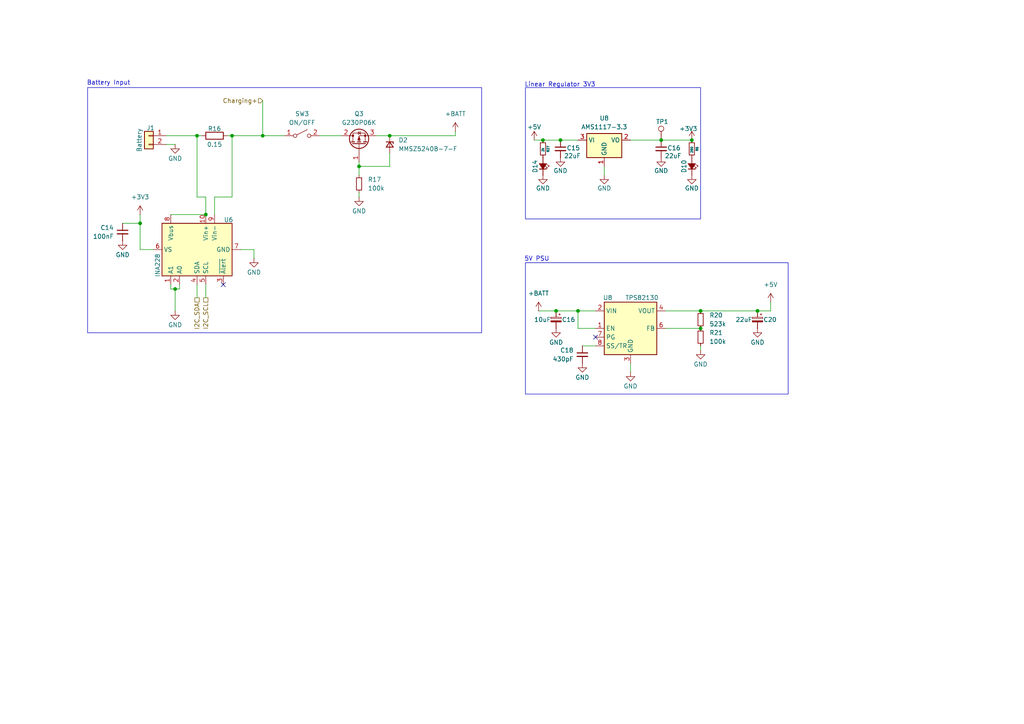
<source format=kicad_sch>
(kicad_sch (version 20250114) (generator "eeschema") (generator_version "9.0")
  (paper "A4")
  (title_block (title "Smart Key Cutter") (date "2025-05-21") (rev "2") (company "Ingenium Engineering Solutions") (comment 1 "Purak Patel"))
  (lib_symbols
    (symbol "+5V_1" (power) (pin_names (offset 0))
      (property "Value" "+5V" (at 0 3.556 0))
      (symbol "+5V_1_0_1"
        (polyline (pts (xy -0.762 1.27) (xy 0 2.54)))
        (polyline (pts (xy 0 2.54) (xy 0.762 1.27)))
        (polyline (pts (xy 0 0) (xy 0 2.54)))
      )
      (symbol "+5V_1_1_1"
        (pin power_in line (at 0 0 90) (length 0) (hide yes) (name "+5V") (number "1"))
      )
    )
    (symbol "Connector:TestPoint" (pin_numbers (hide yes)) (pin_names (offset 0.762) (hide yes))
      (property "Reference" "TP" (at 0 6.858 0))
      (property "Value" "TestPoint" (at 0 5.08 0))
      (symbol "TestPoint_0_1"
        (circle (center 0 3.302) (radius 0.762))
      )
      (symbol "TestPoint_1_1"
        (pin passive line (at 0 0 90) (length 2.54) (name "1") (number "1"))
      )
    )
    (symbol "Connector_Generic:Conn_01x02" (pin_names (offset 1.016) (hide yes))
      (property "Reference" "J" (at 0 2.54 0))
      (property "Value" "Conn_01x02" (at 0 -5.08 0))
      (symbol "Conn_01x02_1_1"
        (rectangle (start -1.27 1.27) (end 1.27 -3.81) (stroke (width 0.254)) (fill (type background)))
        (rectangle (start -1.27 0.127) (end 0 -0.127) (stroke (width 0.1524)))
        (rectangle (start -1.27 -2.413) (end 0 -2.667) (stroke (width 0.1524)))
        (pin passive line (at -5.08 0 0) (length 3.81) (name "Pin_1") (number "1"))
        (pin passive line (at -5.08 -2.54 0) (length 3.81) (name "Pin_2") (number "2"))
      )
    )
    (symbol "Device:C_Polarized_Small" (pin_numbers (hide yes)) (pin_names (offset 0.254) (hide yes))
      (property "Reference" "C" (at 0.254 1.778 0))
      (property "Value" "C_Polarized_Small" (at 0.254 -2.032 0))
      (symbol "C_Polarized_Small_0_1"
        (rectangle (start -1.524 0.6858) (end 1.524 0.3048))
        (rectangle (start -1.524 -0.3048) (end 1.524 -0.6858) (fill (type outline)))
        (polyline (pts (xy -1.27 1.524) (xy -0.762 1.524)))
        (polyline (pts (xy -1.016 1.27) (xy -1.016 1.778)))
      )
      (symbol "C_Polarized_Small_1_1"
        (pin passive line (at 0 2.54 270) (length 1.8542) (name "~") (number "1"))
        (pin passive line (at 0 -2.54 90) (length 1.8542) (name "~") (number "2"))
      )
    )
    (symbol "Device:C_Small" (pin_numbers (hide yes)) (pin_names (offset 0.254) (hide yes))
      (property "Reference" "C" (at 0.254 1.778 0))
      (property "Value" "C_Small" (at 0.254 -2.032 0))
      (symbol "C_Small_0_1"
        (polyline (pts (xy -1.524 0.508) (xy 1.524 0.508)) (stroke (width 0.3048)))
        (polyline (pts (xy -1.524 -0.508) (xy 1.524 -0.508)) (stroke (width 0.3302)))
      )
      (symbol "C_Small_1_1"
        (pin passive line (at 0 2.54 270) (length 2.032) (name "~") (number "1"))
        (pin passive line (at 0 -2.54 90) (length 2.032) (name "~") (number "2"))
      )
    )
    (symbol "Device:D_Zener_Small" (pin_numbers (hide yes)) (pin_names (offset 0.254) (hide yes))
      (property "Reference" "D" (at 0 2.286 0))
      (property "Value" "D_Zener_Small" (at 0 -2.286 0))
      (symbol "D_Zener_Small_0_1"
        (polyline (pts (xy -0.254 1.016) (xy -0.762 1.016) (xy -0.762 -1.016)) (stroke (width 0.254)))
        (polyline (pts (xy 0.762 1.016) (xy -0.762 0) (xy 0.762 -1.016) (xy 0.762 1.016)) (stroke (width 0.254)))
        (polyline (pts (xy 0.762 0) (xy -0.762 0)))
      )
      (symbol "D_Zener_Small_1_1"
        (pin passive line (at -2.54 0 0) (length 1.778) (name "K") (number "1"))
        (pin passive line (at 2.54 0 180) (length 1.778) (name "A") (number "2"))
      )
    )
    (symbol "Device:LED_Small_Filled" (pin_numbers (hide yes)) (pin_names (offset 0.254) (hide yes))
      (property "Reference" "D" (at -1.27 3.175 0))
      (property "Value" "LED_Small_Filled" (at -4.445 -2.54 0))
      (symbol "LED_Small_Filled_0_1"
        (polyline (pts (xy -0.762 -1.016) (xy -0.762 1.016)) (stroke (width 0.254)))
        (polyline (pts (xy 0 0.762) (xy -0.508 1.27) (xy -0.254 1.27) (xy -0.508 1.27) (xy -0.508 1.016)))
        (polyline (pts (xy 0.508 1.27) (xy 0 1.778) (xy 0.254 1.778) (xy 0 1.778) (xy 0 1.524)))
        (polyline (pts (xy 0.762 -1.016) (xy -0.762 0) (xy 0.762 1.016) (xy 0.762 -1.016)) (stroke (width 0.254)) (fill (type outline)))
        (polyline (pts (xy 1.016 0) (xy -0.762 0)))
      )
      (symbol "LED_Small_Filled_1_1"
        (pin passive line (at -2.54 0 0) (length 1.778) (name "K") (number "1"))
        (pin passive line (at 2.54 0 180) (length 1.778) (name "A") (number "2"))
      )
    )
    (symbol "Device:Q_PMOS_GDS" (pin_names (offset 0) (hide yes))
      (property "Reference" "Q" (at 5.08 1.27 0))
      (property "Value" "Q_PMOS_GDS" (at 5.08 -1.27 0))
      (symbol "Q_PMOS_GDS_0_1"
        (polyline (pts (xy 0.254 1.905) (xy 0.254 -1.905)) (stroke (width 0.254)))
        (polyline (pts (xy 0.254 0) (xy -2.54 0)))
        (polyline (pts (xy 0.762 2.286) (xy 0.762 1.27)) (stroke (width 0.254)))
        (polyline (pts (xy 0.762 1.778) (xy 3.302 1.778) (xy 3.302 -1.778) (xy 0.762 -1.778)))
        (polyline (pts (xy 0.762 0.508) (xy 0.762 -0.508)) (stroke (width 0.254)))
        (polyline (pts (xy 0.762 -1.27) (xy 0.762 -2.286)) (stroke (width 0.254)))
        (circle (center 1.651 0) (radius 2.794) (stroke (width 0.254)))
        (polyline (pts (xy 2.286 0) (xy 1.27 0.381) (xy 1.27 -0.381) (xy 2.286 0)) (fill (type outline)))
        (polyline (pts (xy 2.54 2.54) (xy 2.54 1.778)))
        (circle (center 2.54 1.778) (radius 0.254) (fill (type outline)))
        (circle (center 2.54 -1.778) (radius 0.254) (fill (type outline)))
        (polyline (pts (xy 2.54 -2.54) (xy 2.54 0) (xy 0.762 0)))
        (polyline (pts (xy 2.794 -0.508) (xy 2.921 -0.381) (xy 3.683 -0.381) (xy 3.81 -0.254)))
        (polyline (pts (xy 3.302 -0.381) (xy 2.921 0.254) (xy 3.683 0.254) (xy 3.302 -0.381)))
      )
      (symbol "Q_PMOS_GDS_1_1"
        (pin input line (at -5.08 0 0) (length 2.54) (name "G") (number "1"))
        (pin passive line (at 2.54 5.08 270) (length 2.54) (name "D") (number "2"))
        (pin passive line (at 2.54 -5.08 90) (length 2.54) (name "S") (number "3"))
      )
    )
    (symbol "Device:R" (pin_numbers (hide yes)) (pin_names (offset 0))
      (property "Reference" "R" (at 2.032 0 90))
      (property "Value" "R" (at 0 0 90))
      (symbol "R_0_1"
        (rectangle (start -1.016 -2.54) (end 1.016 2.54) (stroke (width 0.254)))
      )
      (symbol "R_1_1"
        (pin passive line (at 0 3.81 270) (length 1.27) (name "~") (number "1"))
        (pin passive line (at 0 -3.81 90) (length 1.27) (name "~") (number "2"))
      )
    )
    (symbol "Device:R_Small" (pin_numbers (hide yes)) (pin_names (offset 0.254) (hide yes))
      (property "Reference" "R" (at 0.762 0.508 0))
      (property "Value" "R_Small" (at 0.762 -1.016 0))
      (symbol "R_Small_0_1"
        (rectangle (start -0.762 1.778) (end 0.762 -1.778) (stroke (width 0.2032)))
      )
      (symbol "R_Small_1_1"
        (pin passive line (at 0 2.54 270) (length 0.762) (name "~") (number "1"))
        (pin passive line (at 0 -2.54 90) (length 0.762) (name "~") (number "2"))
      )
    )
    (symbol "Regulator_Linear:AMS1117-3.3"
      (property "Reference" "U" (at -3.81 3.175 0))
      (property "Value" "AMS1117-3.3" (at 0 3.175 0))
      (symbol "AMS1117-3.3_0_1"
        (rectangle (start -5.08 -5.08) (end 5.08 1.905) (stroke (width 0.254)) (fill (type background)))
      )
      (symbol "AMS1117-3.3_1_1"
        (pin power_in line (at -7.62 0 0) (length 2.54) (name "VI") (number "3"))
        (pin power_in line (at 0 -7.62 90) (length 2.54) (name "GND") (number "1"))
        (pin power_out line (at 7.62 0 180) (length 2.54) (name "VO") (number "2"))
      )
    )
    (symbol "Regulator_Switching:TPS82130"
      (property "Reference" "U" (at 1.27 11.43 0))
      (property "Value" "TPS82130" (at 5.08 8.89 0))
      (symbol "TPS82130_0_1"
        (rectangle (start -7.62 7.62) (end 7.62 -7.62) (stroke (width 0.254)) (fill (type background)))
      )
      (symbol "TPS82130_1_1"
        (pin power_in line (at -10.16 5.08 0) (length 2.54) (name "VIN") (number "2"))
        (pin input line (at -10.16 0 0) (length 2.54) (name "EN") (number "1"))
        (pin open_collector line (at -10.16 -2.54 0) (length 2.54) (name "PG") (number "7"))
        (pin input line (at -10.16 -5.08 0) (length 2.54) (name "SS/TR") (number "8"))
        (pin power_in line (at 0 -10.16 90) (length 2.54) (name "GND") (number "3"))
        (pin passive line (at 0 -10.16 90) (length 2.54) (hide yes) (name "GND") (number "9"))
        (pin power_out line (at 10.16 5.08 180) (length 2.54) (name "VOUT") (number "4"))
        (pin passive line (at 10.16 5.08 180) (length 2.54) (hide yes) (name "VOUT") (number "5"))
        (pin input line (at 10.16 0 180) (length 2.54) (name "FB") (number "6"))
      )
    )
    (symbol "Sensor_Energy:INA228"
      (property "Reference" "U" (at -6.35 11.43 0))
      (property "Value" "INA228" (at 3.81 11.43 0))
      (symbol "INA228_0_1"
        (rectangle (start 7.62 10.16) (end -7.62 -10.16) (stroke (width 0.254)) (fill (type background)))
      )
      (symbol "INA228_1_1"
        (pin input line (at -10.16 7.62 0) (length 2.54) (name "Vbus") (number "8"))
        (pin input line (at -10.16 -2.54 0) (length 2.54) (name "Vin+") (number "10"))
        (pin input line (at -10.16 -5.08 0) (length 2.54) (name "Vin-") (number "9"))
        (pin power_in line (at 0 12.7 270) (length 2.54) (name "VS") (number "6"))
        (pin power_in line (at 0 -12.7 90) (length 2.54) (name "GND") (number "7"))
        (pin input line (at 10.16 7.62 180) (length 2.54) (name "A1") (number "1"))
        (pin input line (at 10.16 5.08 180) (length 2.54) (name "A0") (number "2"))
        (pin bidirectional line (at 10.16 0 180) (length 2.54) (name "SDA") (number "4"))
        (pin input line (at 10.16 -2.54 180) (length 2.54) (name "SCL") (number "5"))
        (pin open_collector line (at 10.16 -7.62 180) (length 2.54) (name "~{Alert}") (number "3"))
      )
    )
    (symbol "Switch:SW_SPST" (pin_names (offset 0) (hide yes))
      (property "Reference" "SW" (at 0 3.175 0))
      (property "Value" "SW_SPST" (at 0 -2.54 0))
      (symbol "SW_SPST_0_0"
        (circle (center -2.032 0) (radius 0.508))
        (polyline (pts (xy -1.524 0.254) (xy 1.524 1.778)))
        (circle (center 2.032 0) (radius 0.508))
      )
      (symbol "SW_SPST_1_1"
        (pin passive line (at -5.08 0 0) (length 2.54) (name "A") (number "1"))
        (pin passive line (at 5.08 0 180) (length 2.54) (name "B") (number "2"))
      )
    )
    (symbol "power:+3V3" (power) (pin_numbers (hide yes)) (pin_names (offset 0) (hide yes))
      (property "Value" "+3V3" (at 0 3.556 0))
      (symbol "+3V3_0_1"
        (polyline (pts (xy -0.762 1.27) (xy 0 2.54)))
        (polyline (pts (xy 0 2.54) (xy 0.762 1.27)))
        (polyline (pts (xy 0 0) (xy 0 2.54)))
      )
      (symbol "+3V3_1_1"
        (pin power_in line (at 0 0 90) (length 0) (name "~") (number "1"))
      )
    )
    (symbol "power:+5V" (power) (pin_numbers (hide yes)) (pin_names (offset 0) (hide yes))
      (property "Value" "+5V" (at 0 3.556 0))
      (symbol "+5V_0_1"
        (polyline (pts (xy -0.762 1.27) (xy 0 2.54)))
        (polyline (pts (xy 0 2.54) (xy 0.762 1.27)))
        (polyline (pts (xy 0 0) (xy 0 2.54)))
      )
      (symbol "+5V_1_1"
        (pin power_in line (at 0 0 90) (length 0) (name "~") (number "1"))
      )
    )
    (symbol "power:+BATT" (power) (pin_numbers (hide yes)) (pin_names (offset 0) (hide yes))
      (property "Value" "+BATT" (at 0 3.556 0))
      (symbol "+BATT_0_1"
        (polyline (pts (xy -0.762 1.27) (xy 0 2.54)))
        (polyline (pts (xy 0 2.54) (xy 0.762 1.27)))
        (polyline (pts (xy 0 0) (xy 0 2.54)))
      )
      (symbol "+BATT_1_1"
        (pin power_in line (at 0 0 90) (length 0) (name "~") (number "1"))
      )
    )
    (symbol "power:GND" (power) (pin_numbers (hide yes)) (pin_names (offset 0) (hide yes))
      (property "Value" "GND" (at 0 -3.81 0))
      (symbol "GND_0_1"
        (polyline (pts (xy 0 0) (xy 0 -1.27) (xy 1.27 -1.27) (xy 0 -2.54) (xy -1.27 -1.27) (xy 0 -1.27)))
      )
      (symbol "GND_1_1"
        (pin power_in line (at 0 0 270) (length 0) (name "~") (number "1"))
      )
    )
  )
  (rectangle (start 25.4 25.4) (end 139.7 96.52))
  (rectangle (start 152.4 25.4) (end 203.2 63.5))
  (rectangle (start 152.4 76.2) (end 228.6 114.3))
  (text "5V PSU" (at 155.702 75.184 0) (effects (font (size 1.27 1.27))))
  (text "Linear Regulator 3V3" (at 152.146 24.638 0) (effects (font (size 1.27 1.27)) (justify left)))
  (text "Battery Input" (at 31.496 24.13 0) (effects (font (size 1.27 1.27))))
  (junction (at 167.64 90.17))
  (junction (at 57.15 39.37))
  (junction (at 200.66 40.64))
  (junction (at 162.56 40.64))
  (junction (at 40.64 64.77))
  (junction (at 113.03 39.37))
  (junction (at 203.2 95.25))
  (junction (at 157.48 40.64))
  (junction (at 50.8 83.82))
  (junction (at 191.77 40.64))
  (junction (at 67.31 39.37))
  (junction (at 76.2 39.37))
  (junction (at 219.71 90.17))
  (junction (at 104.14 48.26))
  (junction (at 161.29 90.17))
  (junction (at 59.69 62.23))
  (junction (at 203.2 90.17))
  (no_connect (at 64.77 82.55))
  (no_connect (at 172.72 97.79))
  (wire (pts (xy 154.94 40.64) (xy 157.48 40.64)))
  (wire (pts (xy 156.21 90.17) (xy 161.29 90.17)))
  (wire (pts (xy 113.03 48.26) (xy 104.14 48.26)))
  (wire (pts (xy 40.64 72.39) (xy 44.45 72.39)))
  (wire (pts (xy 104.14 46.99) (xy 104.14 48.26)))
  (wire (pts (xy 73.66 74.93) (xy 73.66 72.39)))
  (wire (pts (xy 223.52 90.17) (xy 219.71 90.17)))
  (wire (pts (xy 104.14 57.15) (xy 104.14 55.88)))
  (wire (pts (xy 57.15 57.15) (xy 59.69 57.15)))
  (wire (pts (xy 162.56 40.64) (xy 167.64 40.64)))
  (wire (pts (xy 49.53 82.55) (xy 49.53 83.82)))
  (wire (pts (xy 59.69 82.55) (xy 59.69 86.36)))
  (wire (pts (xy 161.29 90.17) (xy 167.64 90.17)))
  (wire (pts (xy 67.31 39.37) (xy 67.31 57.15)))
  (wire (pts (xy 59.69 57.15) (xy 59.69 62.23)))
  (wire (pts (xy 223.52 87.63) (xy 223.52 90.17)))
  (wire (pts (xy 168.91 100.33) (xy 172.72 100.33)))
  (wire (pts (xy 50.8 83.82) (xy 52.07 83.82)))
  (wire (pts (xy 49.53 62.23) (xy 59.69 62.23)))
  (wire (pts (xy 92.71 39.37) (xy 99.06 39.37)))
  (wire (pts (xy 157.48 40.64) (xy 162.56 40.64)))
  (wire (pts (xy 167.64 90.17) (xy 172.72 90.17)))
  (wire (pts (xy 172.72 95.25) (xy 167.64 95.25)))
  (wire (pts (xy 35.56 64.77) (xy 40.64 64.77)))
  (wire (pts (xy 76.2 39.37) (xy 82.55 39.37)))
  (wire (pts (xy 48.26 39.37) (xy 57.15 39.37)))
  (wire (pts (xy 193.04 90.17) (xy 203.2 90.17)))
  (wire (pts (xy 203.2 101.6) (xy 203.2 100.33)))
  (wire (pts (xy 182.88 107.95) (xy 182.88 105.41)))
  (wire (pts (xy 191.77 40.64) (xy 200.66 40.64)))
  (wire (pts (xy 175.26 48.26) (xy 175.26 50.8)))
  (wire (pts (xy 67.31 39.37) (xy 76.2 39.37)))
  (wire (pts (xy 113.03 39.37) (xy 132.08 39.37)))
  (wire (pts (xy 57.15 39.37) (xy 58.42 39.37)))
  (wire (pts (xy 167.64 95.25) (xy 167.64 90.17)))
  (wire (pts (xy 62.23 62.23) (xy 62.23 57.15)))
  (wire (pts (xy 40.64 62.23) (xy 40.64 64.77)))
  (wire (pts (xy 50.8 83.82) (xy 49.53 83.82)))
  (wire (pts (xy 193.04 95.25) (xy 203.2 95.25)))
  (wire (pts (xy 50.8 90.17) (xy 50.8 83.82)))
  (wire (pts (xy 66.04 39.37) (xy 67.31 39.37)))
  (wire (pts (xy 52.07 82.55) (xy 52.07 83.82)))
  (wire (pts (xy 76.2 29.21) (xy 76.2 39.37)))
  (wire (pts (xy 73.66 72.39) (xy 69.85 72.39)))
  (wire (pts (xy 40.64 64.77) (xy 40.64 72.39)))
  (wire (pts (xy 57.15 39.37) (xy 57.15 57.15)))
  (wire (pts (xy 62.23 57.15) (xy 67.31 57.15)))
  (wire (pts (xy 57.15 82.55) (xy 57.15 86.36)))
  (wire (pts (xy 113.03 44.45) (xy 113.03 48.26)))
  (wire (pts (xy 109.22 39.37) (xy 113.03 39.37)))
  (wire (pts (xy 104.14 48.26) (xy 104.14 50.8)))
  (wire (pts (xy 132.08 39.37) (xy 132.08 38.1)))
  (wire (pts (xy 48.26 41.91) (xy 50.8 41.91)))
  (wire (pts (xy 203.2 90.17) (xy 219.71 90.17)))
  (wire (pts (xy 182.88 40.64) (xy 191.77 40.64)))
  (hierarchical_label "I2C_SDA" (shape passive) (at 57.15 86.36 270))
  (hierarchical_label "I2C_SCL" (shape passive) (at 59.69 86.36 270))
  (hierarchical_label "Charging+" (shape input) (at 76.2 29.21 180))
  (symbol (lib_id "power:GND") (at 157.48 50.8 0) (unit 1)
    (property "Reference" "#PWR0110" (effects (hide yes)))
    (property "Value" "GND" (at 157.48 54.61 0))
    (property "Description" "Power symbol creates a global label with name \"GND\" , ground" (effects (hide yes)))
    (instances (project "BatteryPCB" (path "" (reference "#PWR057") (unit 1))) (project "Smart Key Cutter Interface" (path "" (reference "#PWR0110") (unit 1))))
  )
  (symbol (lib_id "Device:C_Small") (at 35.56 67.31 0) (mirror y) (unit 1)
    (property "Reference" "C14" (at 33.02 66.0462 0) (effects (justify left)))
    (property "Value" "100nF" (at 33.02 68.5862 0) (effects (justify left)))
    (property "Footprint" "Capacitor_SMD:C_0402_1005Metric" (effects (hide yes)))
    (property "Description" "Unpolarized capacitor, small symbol" (effects (hide yes)))
  )
  (symbol (lib_id "power:+3V3") (at 40.64 62.23 0) (unit 1)
    (property "Reference" "#PWR030" (effects (hide yes)))
    (property "Value" "+3V3" (at 40.64 57.15 0))
    (property "Description" "Power symbol creates a global label with name \"+3V3\"" (effects (hide yes)))
  )
  (symbol (lib_id "Connector:TestPoint") (at 191.77 40.64 0) (unit 1)
    (property "Reference" "TP1" (at 190.246 35.306 0) (effects (justify left)))
    (property "Value" "TestPoint" (effects (hide yes)))
    (property "Footprint" "Ingenium:RH-5015" (effects (hide yes)))
    (property "Description" "test point" (effects (hide yes)))
  )
  (symbol (lib_id "Device:LED_Small_Filled") (at 200.66 48.26 270) (mirror x) (unit 1)
    (property "Reference" "D4" (at 198.374 48.26 0))
    (property "Value" "1.8V" (effects (hide yes)))
    (property "Footprint" "LED_SMD:LED_0402_1005Metric" (effects (hide yes)))
    (property "Description" "Light emitting diode, small symbol, filled shape" (effects (hide yes)))
    (property "JLCPCB Part #" "C397045" (effects (hide yes)))
    (instances (project "BatteryPCB" (path "" (reference "D10") (unit 1))) (project "" (path "" (reference "D4") (unit 1))))
  )
  (symbol (lib_id "power:GND") (at 162.56 45.72 0) (unit 1)
    (property "Reference" "#PWR0111" (effects (hide yes)))
    (property "Value" "GND" (at 162.56 49.53 0))
    (instances (project "BatteryPCB" (path "" (reference "#PWR040") (unit 1))) (project "Smart Key Cutter Interface" (path "" (reference "#PWR0111") (unit 1))))
  )
  (symbol (lib_id "power:GND") (at 161.29 95.25 0) (unit 1)
    (property "Reference" "#PWR040" (effects (hide yes)))
    (property "Value" "GND" (at 161.29 99.314 0))
    (property "Description" "Power symbol creates a global label with name \"GND\" , ground" (effects (hide yes)))
  )
  (symbol (lib_id "Device:C_Small") (at 162.56 43.18 0) (unit 1)
    (property "Reference" "C15" (at 164.338 42.926 0) (effects (justify left)))
    (property "Value" "22uF" (at 163.576 45.212 0) (effects (justify left)))
    (property "Footprint" "Capacitor_SMD:C_1206_3216Metric" (effects (hide yes)))
  )
  (symbol (lib_name "+5V_1") (lib_id "power:+5V") (at 154.94 40.64 0) (unit 1)
    (property "Reference" "#PWR0109" (effects (hide yes)))
    (property "Value" "+5V" (at 154.94 36.83 0))
    (instances (project "BatteryPCB" (path "" (reference "#PWR051") (unit 1))) (project "Smart Key Cutter Interface" (path "" (reference "#PWR0109") (unit 1))))
  )
  (symbol (lib_id "Device:R") (at 62.23 39.37 90) (unit 1)
    (property "Reference" "R16" (at 62.23 37.338 90))
    (property "Value" "0.15" (at 62.23 41.91 90))
    (property "Footprint" "Resistor_SMD:R_2512_6332Metric" (effects (hide yes)))
    (property "Description" "Resistor" (effects (hide yes)))
    (property "LCSC#" "C2994624" (effects (hide yes)))
  )
  (symbol (lib_id "Device:LED_Small_Filled") (at 157.48 48.26 270) (mirror x) (unit 1)
    (property "Reference" "D3" (at 155.194 48.26 0))
    (property "Value" "1.8V" (effects (hide yes)))
    (property "Footprint" "LED_SMD:LED_0402_1005Metric" (effects (hide yes)))
    (property "Description" "Light emitting diode, small symbol, filled shape" (effects (hide yes)))
    (property "JLCPCB Part #" "C397045" (effects (hide yes)))
    (instances (project "BatteryPCB" (path "" (reference "D14") (unit 1))) (project "" (path "" (reference "D3") (unit 1))))
  )
  (symbol (lib_id "Device:R_Small") (at 104.14 53.34 0) (unit 1)
    (property "Reference" "R17" (at 106.68 52.0699 0) (effects (justify left)))
    (property "Value" "100k" (at 106.68 54.6099 0) (effects (justify left)))
    (property "Footprint" "Resistor_SMD:R_0402_1005Metric" (effects (hide yes)))
    (property "Description" "Resistor, small symbol" (effects (hide yes)))
  )
  (symbol (lib_id "power:GND") (at 175.26 50.8 0) (unit 1)
    (property "Reference" "#PWR0108" (effects (hide yes)))
    (property "Value" "GND" (at 175.26 54.61 0))
    (instances (project "BatteryPCB" (path "" (reference "#PWR056") (unit 1))) (project "Smart Key Cutter Interface" (path "" (reference "#PWR0108") (unit 1))))
  )
  (symbol (lib_id "power:GND") (at 182.88 107.95 0) (unit 1)
    (property "Reference" "#PWR044" (effects (hide yes)))
    (property "Value" "GND" (at 182.88 112.014 0))
    (property "Description" "Power symbol creates a global label with name \"GND\" , ground" (effects (hide yes)))
  )
  (symbol (lib_id "Switch:SW_SPST") (at 87.63 39.37 0) (unit 1)
    (property "Reference" "SW3" (at 87.63 33.02 0))
    (property "Value" "ON/OFF" (at 87.63 35.56 0))
    (property "Footprint" "Connector_JST:JST_XH_S2B-XH-A_1x02_P2.50mm_Horizontal" (effects (hide yes)))
    (property "Description" "Single Pole Single Throw (SPST) switch" (effects (hide yes)))
  )
  (symbol (lib_id "power:GND") (at 168.91 105.41 0) (unit 1)
    (property "Reference" "#PWR042" (effects (hide yes)))
    (property "Value" "GND" (at 168.91 109.474 0))
    (property "Description" "Power symbol creates a global label with name \"GND\" , ground" (effects (hide yes)))
  )
  (symbol (lib_id "power:GND") (at 73.66 74.93 0) (unit 1)
    (property "Reference" "#PWR034" (effects (hide yes)))
    (property "Value" "GND" (at 73.66 78.994 0))
    (property "Description" "Power symbol creates a global label with name \"GND\" , ground" (effects (hide yes)))
  )
  (symbol (lib_id "power:GND") (at 203.2 101.6 0) (unit 1)
    (property "Reference" "#PWR046" (effects (hide yes)))
    (property "Value" "GND" (at 203.2 105.664 0))
    (property "Description" "Power symbol creates a global label with name \"GND\" , ground" (effects (hide yes)))
  )
  (symbol (lib_id "power:GND") (at 50.8 90.17 0) (unit 1)
    (property "Reference" "#PWR031" (effects (hide yes)))
    (property "Value" "GND" (at 50.8 94.234 0))
    (property "Description" "Power symbol creates a global label with name \"GND\" , ground" (effects (hide yes)))
  )
  (symbol (lib_id "power:+BATT") (at 132.08 38.1 0) (unit 1)
    (property "Reference" "#PWR036" (effects (hide yes)))
    (property "Value" "+BATT" (at 132.08 33.02 0))
    (property "Description" "Power symbol creates a global label with name \"+BATT\"" (effects (hide yes)))
  )
  (symbol (lib_id "power:+BATT") (at 156.21 90.17 0) (unit 1)
    (property "Reference" "#PWR038" (effects (hide yes)))
    (property "Value" "+BATT" (at 156.21 85.09 0))
    (property "Description" "Power symbol creates a global label with name \"+BATT\"" (effects (hide yes)))
  )
  (symbol (lib_id "power:GND") (at 35.56 69.85 0) (unit 1)
    (property "Reference" "#PWR029" (effects (hide yes)))
    (property "Value" "GND" (at 35.56 73.914 0))
    (property "Description" "Power symbol creates a global label with name \"GND\" , ground" (effects (hide yes)))
  )
  (symbol (lib_id "Regulator_Linear:AMS1117-3.3") (at 175.26 40.64 0) (unit 1)
    (property "Reference" "U7" (at 175.26 34.29 0))
    (property "Value" "AMS1117-3.3" (at 175.26 36.83 0))
    (property "Footprint" "Package_TO_SOT_SMD:SOT-223-3_TabPin2" (effects (hide yes)))
    (property "Datasheet" "http://www.advanced-monolithic.com/pdf/ds1117.pdf" (effects (hide yes)))
    (property "Description" "1A Low Dropout regulator, positive, 3.3V fixed output, SOT-223" (effects (hide yes)))
    (instances (project "" (path "" (reference "U8") (unit 1))) (project "" (path "" (reference "U7") (unit 1))))
  )
  (symbol (lib_id "power:GND") (at 104.14 57.15 0) (unit 1)
    (property "Reference" "#PWR035" (effects (hide yes)))
    (property "Value" "GND" (at 104.14 61.214 0))
    (property "Description" "Power symbol creates a global label with name \"GND\" , ground" (effects (hide yes)))
  )
  (symbol (lib_id "Device:C_Polarized_Small") (at 219.71 92.71 0) (mirror y) (unit 1)
    (property "Reference" "C20" (at 225.298 92.71 0) (effects (justify left)))
    (property "Value" "22uF" (at 218.186 92.71 0) (effects (justify left)))
    (property "Footprint" "Capacitor_SMD:C_0603_1608Metric" (effects (hide yes)))
    (property "Description" "Polarized capacitor, small symbol" (effects (hide yes)))
  )
  (symbol (lib_id "Regulator_Switching:TPS82130") (at 182.88 95.25 0) (unit 1)
    (property "Reference" "U8" (at 176.276 86.36 0))
    (property "Value" "TPS82130" (at 186.182 86.36 0))
    (property "Footprint" "Ingenium:TPS82130" (effects (hide yes)))
    (property "Datasheet" "http://www.ti.com/lit/ds/symlink/tps82130.pdf" (effects (hide yes)))
    (property "Description" "17V Input 3A Step-Down Converter MicroSiP Module with Integrated Inductor, μSiL-8" (effects (hide yes)))
  )
  (symbol (lib_id "Device:R_Small") (at 203.2 97.79 0) (unit 1)
    (property "Reference" "R21" (at 205.74 96.5199 0) (effects (justify left)))
    (property "Value" "100k" (at 205.74 99.0599 0) (effects (justify left)))
    (property "Footprint" "Resistor_SMD:R_0402_1005Metric" (effects (hide yes)))
    (property "Description" "Resistor, small symbol" (effects (hide yes)))
  )
  (symbol (lib_id "Device:R_Small") (at 157.48 43.18 180) (unit 1)
    (property "Reference" "R18" (at 159.004 43.18 90) (effects (font (size 0.635 0.635))))
    (property "Value" "2k" (at 157.48 43.434 90) (effects (font (size 0.635 0.635))))
    (property "Footprint" "Resistor_SMD:R_0402_1005Metric" (effects (hide yes)))
    (property "Description" "Resistor, small symbol" (effects (hide yes)))
    (instances (project "BatteryPCB" (path "" (reference "R27") (unit 1))) (project "" (path "" (reference "R18") (unit 1))))
  )
  (symbol (lib_id "Device:C_Small") (at 168.91 102.87 0) (mirror y) (unit 1)
    (property "Reference" "C18" (at 166.37 101.6062 0) (effects (justify left)))
    (property "Value" "430pF" (at 166.37 104.1462 0) (effects (justify left)))
    (property "Footprint" "Capacitor_SMD:C_0603_1608Metric" (effects (hide yes)))
    (property "Description" "Unpolarized capacitor, small symbol" (effects (hide yes)))
  )
  (symbol (lib_id "power:GND") (at 200.66 50.8 0) (unit 1)
    (property "Reference" "#PWR0106" (effects (hide yes)))
    (property "Value" "GND" (at 200.66 54.61 0))
    (property "Description" "Power symbol creates a global label with name \"GND\" , ground" (effects (hide yes)))
    (instances (project "BatteryPCB" (path "" (reference "#PWR014") (unit 1))) (project "Smart Key Cutter Interface" (path "" (reference "#PWR0106") (unit 1))))
  )
  (symbol (lib_id "power:+3V3") (at 200.66 40.64 0) (unit 1)
    (property "Reference" "#PWR0107" (effects (hide yes)))
    (property "Value" "+3V3" (at 199.644 37.338 0))
    (property "Description" "Power symbol creates a global label with name \"+3V3\"" (effects (hide yes)))
    (instances (project "BatteryPCB" (path "" (reference "#PWR059") (unit 1))) (project "Smart Key Cutter Interface" (path "" (reference "#PWR0107") (unit 1))))
  )
  (symbol (lib_id "Device:Q_PMOS_GDS") (at 104.14 41.91 90) (unit 1)
    (property "Reference" "Q3" (at 104.14 33.02 90))
    (property "Value" "G230P06K" (at 104.14 35.56 90))
    (property "Footprint" "Package_TO_SOT_SMD:TO-252-2" (effects (hide yes)))
    (property "Description" "P-MOSFET transistor, gate/drain/source" (effects (hide yes)))
  )
  (symbol (lib_id "power:+5V") (at 223.52 87.63 0) (unit 1)
    (property "Reference" "#PWR050" (effects (hide yes)))
    (property "Value" "+5V" (at 223.52 82.55 0))
    (property "Description" "Power symbol creates a global label with name \"+5V\"" (effects (hide yes)))
  )
  (symbol (lib_id "power:GND") (at 191.77 45.72 0) (unit 1)
    (property "Reference" "#PWR0105" (effects (hide yes)))
    (property "Value" "GND" (at 191.77 49.53 0))
    (instances (project "BatteryPCB" (path "" (reference "#PWR058") (unit 1))) (project "Smart Key Cutter Interface" (path "" (reference "#PWR0105") (unit 1))))
  )
  (symbol (lib_id "power:GND") (at 219.71 95.25 0) (unit 1)
    (property "Reference" "#PWR048" (effects (hide yes)))
    (property "Value" "GND" (at 219.71 99.314 0))
    (property "Description" "Power symbol creates a global label with name \"GND\" , ground" (effects (hide yes)))
  )
  (symbol (lib_id "Device:R_Small") (at 200.66 43.18 180) (unit 1)
    (property "Reference" "R19" (at 202.184 43.18 90) (effects (font (size 0.635 0.635))))
    (property "Value" "280" (at 200.66 43.434 90) (effects (font (size 0.635 0.635))))
    (property "Footprint" "Resistor_SMD:R_0402_1005Metric" (effects (hide yes)))
    (property "Description" "Resistor, small symbol" (effects (hide yes)))
    (instances (project "BatteryPCB" (path "" (reference "R6") (unit 1))) (project "" (path "" (reference "R19") (unit 1))))
  )
  (symbol (lib_id "power:GND") (at 50.8 41.91 0) (unit 1)
    (property "Reference" "#PWR032" (effects (hide yes)))
    (property "Value" "GND" (at 50.8 45.974 0))
    (property "Description" "Power symbol creates a global label with name \"GND\" , ground" (effects (hide yes)))
  )
  (symbol (lib_id "Device:D_Zener_Small") (at 113.03 41.91 270) (unit 1)
    (property "Reference" "D2" (at 115.57 40.6399 90) (effects (justify left)))
    (property "Value" "MMSZ5240B-7-F" (at 115.57 43.1799 90) (effects (justify left)))
    (property "Footprint" "Diode_SMD:D_SOD-123" (effects (hide yes)))
    (property "Description" "Zener diode, small symbol" (effects (hide yes)))
  )
  (symbol (lib_id "Device:C_Small") (at 191.77 43.18 0) (unit 1)
    (property "Reference" "C17" (at 193.548 42.926 0) (effects (justify left)))
    (property "Value" "22uF" (at 192.786 45.212 0) (effects (justify left)))
    (property "Footprint" "Capacitor_SMD:C_1206_3216Metric" (effects (hide yes)))
    (instances (project "BatteryPCB" (path "" (reference "C16") (unit 1))) (project "" (path "" (reference "C17") (unit 1))))
  )
  (symbol (lib_id "Connector_Generic:Conn_01x02") (at 43.18 39.37 0) (mirror y) (unit 1)
    (property "Reference" "J1" (at 43.688 37.084 0))
    (property "Value" "Battery" (at 40.386 40.64 90))
    (property "Footprint" "Connector_JST:JST_XH_S2B-XH-A_1x02_P2.50mm_Horizontal" (effects (hide yes)))
    (property "Description" "Generic connector, single row, 01x02, script generated (kicad-library-utils/schlib/autogen/connector/)" (effects (hide yes)))
  )
  (symbol (lib_id "Sensor_Energy:INA228") (at 57.15 72.39 90) (mirror x) (unit 1)
    (property "Reference" "U6" (at 66.294 63.754 90))
    (property "Value" "INA228" (at 45.72 76.962 0))
    (property "Footprint" "Package_SO:VSSOP-10_3x3mm_P0.5mm" (effects (hide yes)))
    (property "Datasheet" "https://www.ti.com/lit/ds/symlink/ina228.pdf" (effects (hide yes)))
    (property "Description" "High-Side or Low-Side Measurement, Bi-Directional Current and Power Monitor (0-85V) with I2C, SMBus-, and PMBus-Compatible Interface, VSSOP-10" (effects (hide yes)))
  )
  (symbol (lib_id "Device:C_Polarized_Small") (at 161.29 92.71 0) (mirror y) (unit 1)
    (property "Reference" "C16" (at 166.878 92.71 0) (effects (justify left)))
    (property "Value" "10uF" (at 159.766 92.71 0) (effects (justify left)))
    (property "Footprint" "Capacitor_SMD:C_0603_1608Metric" (effects (hide yes)))
    (property "Description" "Polarized capacitor, small symbol" (effects (hide yes)))
  )
  (symbol (lib_id "Device:R_Small") (at 203.2 92.71 0) (unit 1)
    (property "Reference" "R20" (at 205.74 91.4399 0) (effects (justify left)))
    (property "Value" "523k" (at 205.74 93.9799 0) (effects (justify left)))
    (property "Footprint" "Resistor_SMD:R_0402_1005Metric" (effects (hide yes)))
    (property "Description" "Resistor, small symbol" (effects (hide yes)))
  )
)
</source>
